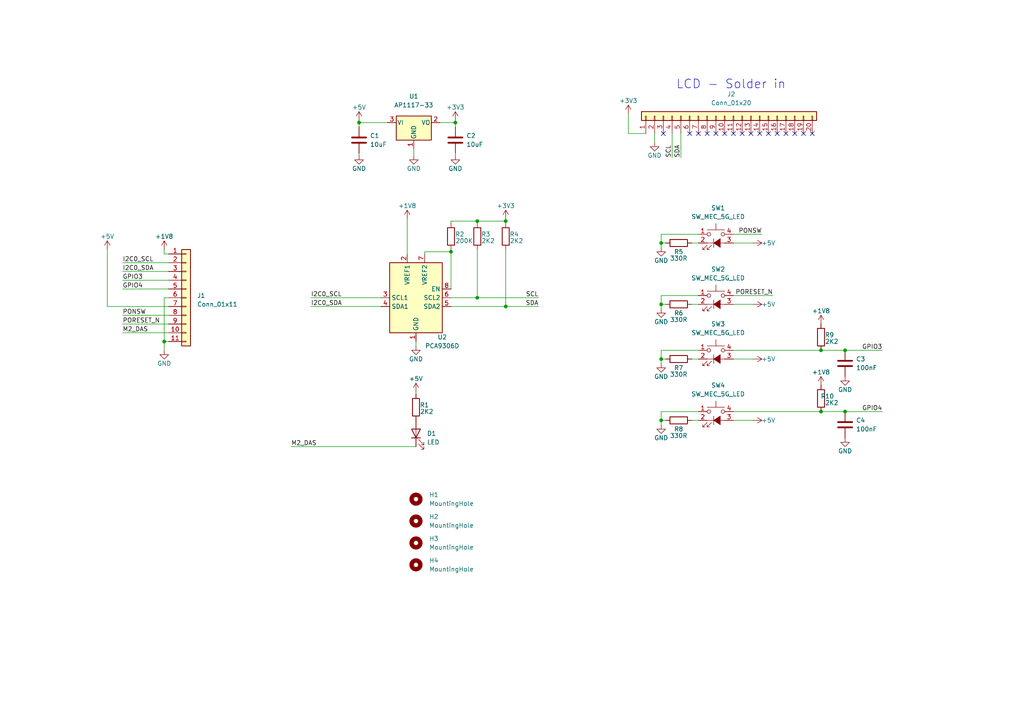
<source format=kicad_sch>
(kicad_sch (version 20201015) (generator eeschema)
  (paper "A4")
  (lib_symbols
    (symbol "Connector_Generic:Conn_01x11" (pin_names (offset 1.016) hide)
      (property "Reference" "J" (at 0 15.24 0))
      (property "Value" "Conn_01x11" (at 0 -15.24 0))
      (symbol "Conn_01x11_1_1"
        (rectangle (start -1.27 -4.953) (end 0 -5.207) (stroke (width 0.1524)))
        (rectangle (start -1.27 -7.493) (end 0 -7.747) (stroke (width 0.1524)))
        (rectangle (start -1.27 -10.033) (end 0 -10.287) (stroke (width 0.1524)))
        (rectangle (start -1.27 -12.573) (end 0 -12.827) (stroke (width 0.1524)))
        (rectangle (start -1.27 -2.413) (end 0 -2.667) (stroke (width 0.1524)))
        (rectangle (start -1.27 2.667) (end 0 2.413) (stroke (width 0.1524)))
        (rectangle (start -1.27 5.207) (end 0 4.953) (stroke (width 0.1524)))
        (rectangle (start -1.27 7.747) (end 0 7.493) (stroke (width 0.1524)))
        (rectangle (start -1.27 10.287) (end 0 10.033) (stroke (width 0.1524)))
        (rectangle (start -1.27 0.127) (end 0 -0.127) (stroke (width 0.1524)))
        (rectangle (start -1.27 12.827) (end 0 12.573) (stroke (width 0.1524)))
        (rectangle (start -1.27 13.97) (end 1.27 -13.97) (stroke (width 0.254)) (fill (type background)))
        (pin passive line (at -5.08 12.7 0) (length 3.81) (name "Pin_1") (number "1"))
        (pin passive line (at -5.08 -10.16 0) (length 3.81) (name "Pin_10") (number "10"))
        (pin passive line (at -5.08 -12.7 0) (length 3.81) (name "Pin_11") (number "11"))
        (pin passive line (at -5.08 10.16 0) (length 3.81) (name "Pin_2") (number "2"))
        (pin passive line (at -5.08 7.62 0) (length 3.81) (name "Pin_3") (number "3"))
        (pin passive line (at -5.08 5.08 0) (length 3.81) (name "Pin_4") (number "4"))
        (pin passive line (at -5.08 2.54 0) (length 3.81) (name "Pin_5") (number "5"))
        (pin passive line (at -5.08 0 0) (length 3.81) (name "Pin_6") (number "6"))
        (pin passive line (at -5.08 -2.54 0) (length 3.81) (name "Pin_7") (number "7"))
        (pin passive line (at -5.08 -5.08 0) (length 3.81) (name "Pin_8") (number "8"))
        (pin passive line (at -5.08 -7.62 0) (length 3.81) (name "Pin_9") (number "9"))
      )
    )
    (symbol "Connector_Generic:Conn_01x20" (pin_names (offset 1.016) hide)
      (property "Reference" "J" (at 0 25.4 0))
      (property "Value" "Conn_01x20" (at 0 -27.94 0))
      (symbol "Conn_01x20_1_1"
        (rectangle (start -1.27 -4.953) (end 0 -5.207) (stroke (width 0.1524)))
        (rectangle (start -1.27 -7.493) (end 0 -7.747) (stroke (width 0.1524)))
        (rectangle (start -1.27 -10.033) (end 0 -10.287) (stroke (width 0.1524)))
        (rectangle (start -1.27 -12.573) (end 0 -12.827) (stroke (width 0.1524)))
        (rectangle (start -1.27 -15.113) (end 0 -15.367) (stroke (width 0.1524)))
        (rectangle (start -1.27 -17.653) (end 0 -17.907) (stroke (width 0.1524)))
        (rectangle (start -1.27 -20.193) (end 0 -20.447) (stroke (width 0.1524)))
        (rectangle (start -1.27 -22.733) (end 0 -22.987) (stroke (width 0.1524)))
        (rectangle (start -1.27 -2.413) (end 0 -2.667) (stroke (width 0.1524)))
        (rectangle (start -1.27 -25.273) (end 0 -25.527) (stroke (width 0.1524)))
        (rectangle (start -1.27 2.667) (end 0 2.413) (stroke (width 0.1524)))
        (rectangle (start -1.27 5.207) (end 0 4.953) (stroke (width 0.1524)))
        (rectangle (start -1.27 7.747) (end 0 7.493) (stroke (width 0.1524)))
        (rectangle (start -1.27 10.287) (end 0 10.033) (stroke (width 0.1524)))
        (rectangle (start -1.27 0.127) (end 0 -0.127) (stroke (width 0.1524)))
        (rectangle (start -1.27 12.827) (end 0 12.573) (stroke (width 0.1524)))
        (rectangle (start -1.27 15.367) (end 0 15.113) (stroke (width 0.1524)))
        (rectangle (start -1.27 17.907) (end 0 17.653) (stroke (width 0.1524)))
        (rectangle (start -1.27 20.447) (end 0 20.193) (stroke (width 0.1524)))
        (rectangle (start -1.27 22.987) (end 0 22.733) (stroke (width 0.1524)))
        (rectangle (start -1.27 24.13) (end 1.27 -26.67) (stroke (width 0.254)) (fill (type background)))
        (pin passive line (at -5.08 22.86 0) (length 3.81) (name "Pin_1") (number "1"))
        (pin passive line (at -5.08 0 0) (length 3.81) (name "Pin_10") (number "10"))
        (pin passive line (at -5.08 -2.54 0) (length 3.81) (name "Pin_11") (number "11"))
        (pin passive line (at -5.08 -5.08 0) (length 3.81) (name "Pin_12") (number "12"))
        (pin passive line (at -5.08 -7.62 0) (length 3.81) (name "Pin_13") (number "13"))
        (pin passive line (at -5.08 -10.16 0) (length 3.81) (name "Pin_14") (number "14"))
        (pin passive line (at -5.08 -12.7 0) (length 3.81) (name "Pin_15") (number "15"))
        (pin passive line (at -5.08 -15.24 0) (length 3.81) (name "Pin_16") (number "16"))
        (pin passive line (at -5.08 -17.78 0) (length 3.81) (name "Pin_17") (number "17"))
        (pin passive line (at -5.08 -20.32 0) (length 3.81) (name "Pin_18") (number "18"))
        (pin passive line (at -5.08 -22.86 0) (length 3.81) (name "Pin_19") (number "19"))
        (pin passive line (at -5.08 20.32 0) (length 3.81) (name "Pin_2") (number "2"))
        (pin passive line (at -5.08 -25.4 0) (length 3.81) (name "Pin_20") (number "20"))
        (pin passive line (at -5.08 17.78 0) (length 3.81) (name "Pin_3") (number "3"))
        (pin passive line (at -5.08 15.24 0) (length 3.81) (name "Pin_4") (number "4"))
        (pin passive line (at -5.08 12.7 0) (length 3.81) (name "Pin_5") (number "5"))
        (pin passive line (at -5.08 10.16 0) (length 3.81) (name "Pin_6") (number "6"))
        (pin passive line (at -5.08 7.62 0) (length 3.81) (name "Pin_7") (number "7"))
        (pin passive line (at -5.08 5.08 0) (length 3.81) (name "Pin_8") (number "8"))
        (pin passive line (at -5.08 2.54 0) (length 3.81) (name "Pin_9") (number "9"))
      )
    )
    (symbol "Device:C" (pin_numbers hide) (pin_names (offset 0.254))
      (property "Reference" "C" (at 0.635 2.54 0))
      (property "Value" "C" (at 0.635 -2.54 0))
      (symbol "C_0_1"
        (polyline (pts (xy -2.032 -0.762) (xy 2.032 -0.762)) (stroke (width 0.508)))
        (polyline (pts (xy -2.032 0.762) (xy 2.032 0.762)) (stroke (width 0.508)))
      )
      (symbol "C_1_1"
        (pin passive line (at 0 3.81 270) (length 2.794) (name "~") (number "1"))
        (pin passive line (at 0 -3.81 90) (length 2.794) (name "~") (number "2"))
      )
    )
    (symbol "Device:LED" (pin_numbers hide) (pin_names (offset 1.016) hide)
      (property "Reference" "D" (at 0 2.54 0))
      (property "Value" "LED" (at 0 -2.54 0))
      (symbol "LED_0_1"
        (polyline (pts (xy -1.27 -1.27) (xy -1.27 1.27)) (stroke (width 0.254)))
        (polyline (pts (xy -1.27 0) (xy 1.27 0)))
        (polyline (pts (xy 1.27 -1.27) (xy 1.27 1.27) (xy -1.27 0) (xy 1.27 -1.27)) (stroke (width 0.254)))
        (polyline (pts (xy -3.048 -0.762) (xy -4.572 -2.286) (xy -3.81 -2.286) (xy -4.572 -2.286) (xy -4.572 -1.524)))
        (polyline (pts (xy -1.778 -0.762) (xy -3.302 -2.286) (xy -2.54 -2.286) (xy -3.302 -2.286) (xy -3.302 -1.524)))
      )
      (symbol "LED_1_1"
        (pin passive line (at -3.81 0 0) (length 2.54) (name "K") (number "1"))
        (pin passive line (at 3.81 0 180) (length 2.54) (name "A") (number "2"))
      )
    )
    (symbol "Device:R" (pin_numbers hide) (pin_names (offset 0))
      (property "Reference" "R" (at 2.032 0 90))
      (property "Value" "R" (at 0 0 90))
      (symbol "R_0_1"
        (rectangle (start -1.016 -2.54) (end 1.016 2.54) (stroke (width 0.254)))
      )
      (symbol "R_1_1"
        (pin passive line (at 0 3.81 270) (length 1.27) (name "~") (number "1"))
        (pin passive line (at 0 -3.81 90) (length 1.27) (name "~") (number "2"))
      )
    )
    (symbol "Interface:PCA9306D"
      (property "Reference" "U" (at -7.62 11.43 0))
      (property "Value" "PCA9306D" (at 3.81 11.43 0))
      (symbol "PCA9306D_0_1"
        (rectangle (start -7.62 10.16) (end 7.62 -10.16) (stroke (width 0.254)) (fill (type background)))
      )
      (symbol "PCA9306D_1_1"
        (pin power_in line (at 0 -12.7 90) (length 2.54) (name "GND") (number "1"))
        (pin power_in line (at -2.54 12.7 270) (length 2.54) (name "VREF1") (number "2"))
        (pin bidirectional line (at -10.16 0 0) (length 2.54) (name "SCL1") (number "3"))
        (pin bidirectional line (at -10.16 -2.54 0) (length 2.54) (name "SDA1") (number "4"))
        (pin bidirectional line (at 10.16 -2.54 180) (length 2.54) (name "SDA2") (number "5"))
        (pin bidirectional line (at 10.16 0 180) (length 2.54) (name "SCL2") (number "6"))
        (pin power_in line (at 2.54 12.7 270) (length 2.54) (name "VREF2") (number "7"))
        (pin input line (at 10.16 2.54 180) (length 2.54) (name "EN") (number "8"))
      )
    )
    (symbol "Mechanical:MountingHole" (pin_names (offset 1.016))
      (property "Reference" "H" (at 0 5.08 0))
      (property "Value" "MountingHole" (at 0 3.175 0))
      (symbol "MountingHole_0_1"
        (circle (center 0 0) (radius 1.27) (stroke (width 1.27)))
      )
    )
    (symbol "Regulator_Linear:AP1117-33" (pin_names (offset 0.254))
      (property "Reference" "U" (at -3.81 3.175 0))
      (property "Value" "AP1117-33" (at 0 3.175 0))
      (symbol "AP1117-33_0_1"
        (rectangle (start -5.08 -5.08) (end 5.08 1.905) (stroke (width 0.254)) (fill (type background)))
      )
      (symbol "AP1117-33_1_1"
        (pin power_in line (at 0 -7.62 90) (length 2.54) (name "GND") (number "1"))
        (pin power_out line (at 7.62 0 180) (length 2.54) (name "VO") (number "2"))
        (pin power_in line (at -7.62 0 0) (length 2.54) (name "VI") (number "3"))
      )
    )
    (symbol "Switch:SW_MEC_5G_LED" (pin_names (offset 1.016) hide)
      (property "Reference" "SW" (at 0.635 5.715 0))
      (property "Value" "SW_MEC_5G_LED" (at 0 -3.175 0))
      (symbol "SW_MEC_5G_LED_0_0"
        (polyline (pts (xy -3.81 -1.905) (xy -2.54 -0.635)))
        (polyline (pts (xy -2.54 -1.905) (xy -1.27 -0.635)))
        (polyline (pts (xy -2.54 0) (xy 2.54 0)))
        (polyline (pts (xy -0.635 1.27) (xy -0.635 -1.27)))
        (polyline (pts (xy -3.81 -1.27) (xy -3.81 -1.905) (xy -3.175 -1.905)))
        (polyline (pts (xy -2.54 -1.27) (xy -2.54 -1.905) (xy -1.905 -1.905)))
        (polyline (pts (xy -0.635 0) (xy 1.27 1.27) (xy 1.27 -1.27) (xy -0.635 0)) (fill (type outline)))
      )
      (symbol "SW_MEC_5G_LED_0_1"
        (circle (center -2.032 2.54) (radius 0.508))
        (circle (center 2.032 2.54) (radius 0.508))
        (polyline (pts (xy 0 3.81) (xy 0 5.588)))
        (polyline (pts (xy 2.54 3.81) (xy -2.54 3.81)))
        (pin passive line (at -5.08 2.54 0) (length 2.54) (name "1") (number "1"))
        (pin passive line (at -5.08 0 0) (length 2.54) (name "2") (number "2"))
        (pin passive line (at 5.08 0 180) (length 2.54) (name "K") (number "3"))
        (pin passive line (at 5.08 2.54 180) (length 2.54) (name "A") (number "4"))
      )
    )
    (symbol "power:+1V8" (power) (pin_names (offset 0))
      (property "Value" "+1V8" (at 0 3.556 0))
      (symbol "+1V8_0_1"
        (polyline (pts (xy -0.762 1.27) (xy 0 2.54)))
        (polyline (pts (xy 0 0) (xy 0 2.54)))
        (polyline (pts (xy 0 2.54) (xy 0.762 1.27)))
      )
      (symbol "+1V8_1_1"
        (pin power_in line (at 0 0 90) (length 0) hide (name "+1V8") (number "1"))
      )
    )
    (symbol "power:+3V3" (power) (pin_names (offset 0))
      (property "Value" "+3V3" (at 0 3.556 0))
      (symbol "+3V3_0_1"
        (polyline (pts (xy -0.762 1.27) (xy 0 2.54)))
        (polyline (pts (xy 0 0) (xy 0 2.54)))
        (polyline (pts (xy 0 2.54) (xy 0.762 1.27)))
      )
      (symbol "+3V3_1_1"
        (pin power_in line (at 0 0 90) (length 0) hide (name "+3V3") (number "1"))
      )
    )
    (symbol "power:+5V" (power) (pin_names (offset 0))
      (property "Value" "+5V" (at 0 3.556 0))
      (symbol "+5V_0_1"
        (polyline (pts (xy -0.762 1.27) (xy 0 2.54)))
        (polyline (pts (xy 0 0) (xy 0 2.54)))
        (polyline (pts (xy 0 2.54) (xy 0.762 1.27)))
      )
      (symbol "+5V_1_1"
        (pin power_in line (at 0 0 90) (length 0) hide (name "+5V") (number "1"))
      )
    )
    (symbol "power:GND" (power) (pin_names (offset 0))
      (property "Value" "GND" (at 0 -3.81 0))
      (symbol "GND_0_1"
        (polyline (pts (xy 0 0) (xy 0 -1.27) (xy 1.27 -1.27) (xy 0 -2.54) (xy -1.27 -1.27) (xy 0 -1.27)))
      )
      (symbol "GND_1_1"
        (pin power_in line (at 0 0 270) (length 0) hide (name "GND") (number "1"))
      )
    )
  )
  (junction (at 47.625 99.06) (diameter 0.9144))
  (junction (at 104.14 35.56) (diameter 0.9144))
  (junction (at 130.81 73.025) (diameter 0.9144))
  (junction (at 132.08 35.56) (diameter 0.9144))
  (junction (at 138.43 64.135) (diameter 0.9144))
  (junction (at 138.43 86.36) (diameter 0.9144))
  (junction (at 146.685 64.135) (diameter 0.9144))
  (junction (at 146.685 88.9) (diameter 0.9144))
  (junction (at 191.77 70.485) (diameter 0.9144))
  (junction (at 191.77 88.265) (diameter 0.9144))
  (junction (at 191.77 104.14) (diameter 0.9144))
  (junction (at 191.77 121.92) (diameter 0.9144))
  (junction (at 238.125 101.6) (diameter 0.9144))
  (junction (at 238.125 119.38) (diameter 0.9144))
  (junction (at 245.11 101.6) (diameter 0.9144))
  (junction (at 245.11 119.38) (diameter 0.9144))
  (no_connect (at 222.885 38.735))
  (no_connect (at 212.725 38.735))
  (no_connect (at 205.105 38.735))
  (no_connect (at 200.025 38.735))
  (no_connect (at 227.965 38.735))
  (no_connect (at 217.805 38.735))
  (no_connect (at 225.425 38.735))
  (no_connect (at 220.345 38.735))
  (no_connect (at 230.505 38.735))
  (no_connect (at 210.185 38.735))
  (no_connect (at 192.405 38.735))
  (no_connect (at 202.565 38.735))
  (no_connect (at 233.045 38.735))
  (no_connect (at 235.585 38.735))
  (no_connect (at 215.265 38.735))
  (no_connect (at 207.645 38.735))
  (wire (pts (xy 31.115 72.39) (xy 31.115 88.9)))
  (wire (pts (xy 35.56 76.2) (xy 48.895 76.2)))
  (wire (pts (xy 35.56 78.74) (xy 48.895 78.74)))
  (wire (pts (xy 35.56 81.28) (xy 48.895 81.28)))
  (wire (pts (xy 35.56 83.82) (xy 48.895 83.82)))
  (wire (pts (xy 35.56 91.44) (xy 48.895 91.44)))
  (wire (pts (xy 35.56 93.98) (xy 48.895 93.98)))
  (wire (pts (xy 35.56 96.52) (xy 48.895 96.52)))
  (wire (pts (xy 47.625 73.66) (xy 47.625 72.39)))
  (wire (pts (xy 47.625 86.36) (xy 47.625 99.06)))
  (wire (pts (xy 47.625 99.06) (xy 47.625 101.6)))
  (wire (pts (xy 47.625 99.06) (xy 48.895 99.06)))
  (wire (pts (xy 48.895 73.66) (xy 47.625 73.66)))
  (wire (pts (xy 48.895 86.36) (xy 47.625 86.36)))
  (wire (pts (xy 48.895 88.9) (xy 31.115 88.9)))
  (wire (pts (xy 84.455 129.54) (xy 120.65 129.54)))
  (wire (pts (xy 90.17 86.36) (xy 110.49 86.36)))
  (wire (pts (xy 90.17 88.9) (xy 110.49 88.9)))
  (wire (pts (xy 104.14 34.925) (xy 104.14 35.56)))
  (wire (pts (xy 104.14 35.56) (xy 112.395 35.56)))
  (wire (pts (xy 104.14 36.83) (xy 104.14 35.56)))
  (wire (pts (xy 104.14 44.45) (xy 104.14 45.085)))
  (wire (pts (xy 118.11 63.5) (xy 118.11 73.66)))
  (wire (pts (xy 120.015 43.18) (xy 120.015 45.085)))
  (wire (pts (xy 120.65 99.06) (xy 120.65 100.33)))
  (wire (pts (xy 120.65 114.3) (xy 120.65 113.665)))
  (wire (pts (xy 123.19 73.025) (xy 123.19 73.66)))
  (wire (pts (xy 123.19 73.025) (xy 130.81 73.025)))
  (wire (pts (xy 127.635 35.56) (xy 132.08 35.56)))
  (wire (pts (xy 130.81 64.135) (xy 130.81 64.77)))
  (wire (pts (xy 130.81 72.39) (xy 130.81 73.025)))
  (wire (pts (xy 130.81 73.025) (xy 130.81 83.82)))
  (wire (pts (xy 130.81 86.36) (xy 138.43 86.36)))
  (wire (pts (xy 130.81 88.9) (xy 146.685 88.9)))
  (wire (pts (xy 132.08 34.925) (xy 132.08 35.56)))
  (wire (pts (xy 132.08 35.56) (xy 132.08 36.83)))
  (wire (pts (xy 132.08 44.45) (xy 132.08 45.085)))
  (wire (pts (xy 138.43 64.135) (xy 130.81 64.135)))
  (wire (pts (xy 138.43 64.135) (xy 138.43 64.77)))
  (wire (pts (xy 138.43 72.39) (xy 138.43 86.36)))
  (wire (pts (xy 138.43 86.36) (xy 156.21 86.36)))
  (wire (pts (xy 146.685 63.5) (xy 146.685 64.135)))
  (wire (pts (xy 146.685 64.135) (xy 138.43 64.135)))
  (wire (pts (xy 146.685 64.135) (xy 146.685 64.77)))
  (wire (pts (xy 146.685 72.39) (xy 146.685 88.9)))
  (wire (pts (xy 146.685 88.9) (xy 156.21 88.9)))
  (wire (pts (xy 182.245 38.735) (xy 182.245 33.02)))
  (wire (pts (xy 182.245 38.735) (xy 187.325 38.735)))
  (wire (pts (xy 189.865 38.735) (xy 189.865 41.275)))
  (wire (pts (xy 191.77 67.945) (xy 191.77 70.485)))
  (wire (pts (xy 191.77 70.485) (xy 191.77 71.755)))
  (wire (pts (xy 191.77 85.725) (xy 191.77 88.265)))
  (wire (pts (xy 191.77 88.265) (xy 191.77 89.535)))
  (wire (pts (xy 191.77 101.6) (xy 191.77 104.14)))
  (wire (pts (xy 191.77 104.14) (xy 191.77 105.41)))
  (wire (pts (xy 191.77 119.38) (xy 191.77 121.92)))
  (wire (pts (xy 191.77 121.92) (xy 191.77 123.19)))
  (wire (pts (xy 193.04 70.485) (xy 191.77 70.485)))
  (wire (pts (xy 193.04 88.265) (xy 191.77 88.265)))
  (wire (pts (xy 193.04 104.14) (xy 191.77 104.14)))
  (wire (pts (xy 193.04 121.92) (xy 191.77 121.92)))
  (wire (pts (xy 194.945 38.735) (xy 194.945 45.72)))
  (wire (pts (xy 197.485 38.735) (xy 197.485 45.72)))
  (wire (pts (xy 200.66 70.485) (xy 202.565 70.485)))
  (wire (pts (xy 200.66 88.265) (xy 202.565 88.265)))
  (wire (pts (xy 200.66 104.14) (xy 202.565 104.14)))
  (wire (pts (xy 200.66 121.92) (xy 202.565 121.92)))
  (wire (pts (xy 202.565 67.945) (xy 191.77 67.945)))
  (wire (pts (xy 202.565 85.725) (xy 191.77 85.725)))
  (wire (pts (xy 202.565 101.6) (xy 191.77 101.6)))
  (wire (pts (xy 202.565 119.38) (xy 191.77 119.38)))
  (wire (pts (xy 212.725 67.945) (xy 220.98 67.945)))
  (wire (pts (xy 212.725 70.485) (xy 218.44 70.485)))
  (wire (pts (xy 212.725 85.725) (xy 224.155 85.725)))
  (wire (pts (xy 212.725 88.265) (xy 218.44 88.265)))
  (wire (pts (xy 212.725 101.6) (xy 238.125 101.6)))
  (wire (pts (xy 212.725 104.14) (xy 218.44 104.14)))
  (wire (pts (xy 212.725 119.38) (xy 238.125 119.38)))
  (wire (pts (xy 212.725 121.92) (xy 218.44 121.92)))
  (wire (pts (xy 238.125 101.6) (xy 245.11 101.6)))
  (wire (pts (xy 238.125 119.38) (xy 245.11 119.38)))
  (wire (pts (xy 245.11 101.6) (xy 255.905 101.6)))
  (wire (pts (xy 245.11 119.38) (xy 255.905 119.38)))
  (text "LCD - Solder in" (at 227.965 26.035 180) (effects (font (size 2.54 2.54)) (justify right bottom)))
  (label "I2C0_SCL" (at 35.56 76.2 0))
  (label "I2C0_SDA" (at 35.56 78.74 0))
  (label "GPIO3" (at 35.56 81.28 0))
  (label "GPIO4" (at 35.56 83.82 0))
  (label "PONSW" (at 35.56 91.44 0))
  (label "PORESET_N" (at 35.56 93.98 0))
  (label "M2_DAS" (at 35.56 96.52 0))
  (label "M2_DAS" (at 84.455 129.54 0))
  (label "I2C0_SCL" (at 90.17 86.36 0))
  (label "I2C0_SDA" (at 90.17 88.9 0))
  (label "SCL" (at 156.21 86.36 180))
  (label "SDA" (at 156.21 88.9 180))
  (label "SCL" (at 194.945 45.72 90))
  (label "SDA" (at 197.485 45.72 90))
  (label "PONSW" (at 220.98 67.945 180))
  (label "PORESET_N" (at 224.155 85.725 180))
  (label "GPIO3" (at 255.905 101.6 180))
  (label "GPIO4" (at 255.905 119.38 180))
  (symbol (lib_id "power:+5V") (at 31.115 72.39 0) (unit 1)
    (property "Reference" "#PWR01" (effects hide))
    (property "Value" "+5V" (at 31.115 68.58 0))
  )
  (symbol (lib_id "power:+1V8") (at 47.625 72.39 0) (unit 1)
    (property "Reference" "#PWR02" (effects hide))
    (property "Value" "+1V8" (at 47.625 68.58 0))
  )
  (symbol (lib_id "power:+5V") (at 104.14 34.925 0) (unit 1)
    (property "Reference" "#PWR04" (effects hide))
    (property "Value" "+5V" (at 104.14 31.115 0))
  )
  (symbol (lib_id "power:+1V8") (at 118.11 63.5 0) (unit 1)
    (property "Reference" "#PWR06" (effects hide))
    (property "Value" "+1V8" (at 118.11 59.69 0))
  )
  (symbol (lib_id "power:+5V") (at 120.65 113.665 0) (unit 1)
    (property "Reference" "#PWR?" (effects hide))
    (property "Value" "+5V" (at 120.65 109.855 0))
  )
  (symbol (lib_id "power:+3V3") (at 132.08 34.925 0) (unit 1)
    (property "Reference" "#PWR010" (effects hide))
    (property "Value" "+3V3" (at 132.08 31.115 0))
  )
  (symbol (lib_id "power:+3V3") (at 146.685 63.5 0) (unit 1)
    (property "Reference" "#PWR012" (effects hide))
    (property "Value" "+3V3" (at 146.685 59.69 0))
  )
  (symbol (lib_id "power:+3V3") (at 182.245 33.02 0) (unit 1)
    (property "Reference" "#PWR013" (effects hide))
    (property "Value" "+3V3" (at 182.245 29.21 0))
  )
  (symbol (lib_id "power:+5V") (at 218.44 70.485 270) (unit 1)
    (property "Reference" "#PWR019" (effects hide))
    (property "Value" "+5V" (at 222.885 70.485 90))
  )
  (symbol (lib_id "power:+5V") (at 218.44 88.265 270) (unit 1)
    (property "Reference" "#PWR020" (effects hide))
    (property "Value" "+5V" (at 222.885 88.265 90))
  )
  (symbol (lib_id "power:+5V") (at 218.44 104.14 270) (unit 1)
    (property "Reference" "#PWR021" (effects hide))
    (property "Value" "+5V" (at 222.885 104.14 90))
  )
  (symbol (lib_id "power:+5V") (at 218.44 121.92 270) (unit 1)
    (property "Reference" "#PWR022" (effects hide))
    (property "Value" "+5V" (at 222.885 121.92 90))
  )
  (symbol (lib_id "power:+1V8") (at 238.125 93.98 0) (unit 1)
    (property "Reference" "#PWR023" (effects hide))
    (property "Value" "+1V8" (at 238.125 90.17 0))
  )
  (symbol (lib_id "power:+1V8") (at 238.125 111.76 0) (unit 1)
    (property "Reference" "#PWR024" (effects hide))
    (property "Value" "+1V8" (at 238.125 107.95 0))
  )
  (symbol (lib_id "power:GND") (at 47.625 101.6 0) (unit 1)
    (property "Reference" "#PWR03" (effects hide))
    (property "Value" "GND" (at 47.625 105.41 0))
  )
  (symbol (lib_id "power:GND") (at 104.14 45.085 0) (unit 1)
    (property "Reference" "#PWR05" (effects hide))
    (property "Value" "GND" (at 104.14 48.895 0))
  )
  (symbol (lib_id "power:GND") (at 120.015 45.085 0) (unit 1)
    (property "Reference" "#PWR07" (effects hide))
    (property "Value" "GND" (at 120.015 48.895 0))
  )
  (symbol (lib_id "power:GND") (at 120.65 100.33 0) (unit 1)
    (property "Reference" "#PWR08" (effects hide))
    (property "Value" "GND" (at 120.65 104.14 0))
  )
  (symbol (lib_id "power:GND") (at 132.08 45.085 0) (unit 1)
    (property "Reference" "#PWR011" (effects hide))
    (property "Value" "GND" (at 132.08 48.895 0))
  )
  (symbol (lib_id "power:GND") (at 189.865 41.275 0) (unit 1)
    (property "Reference" "#PWR014" (effects hide))
    (property "Value" "GND" (at 189.865 45.085 0))
  )
  (symbol (lib_id "power:GND") (at 191.77 71.755 0) (unit 1)
    (property "Reference" "#PWR015" (effects hide))
    (property "Value" "GND" (at 191.77 75.565 0))
  )
  (symbol (lib_id "power:GND") (at 191.77 89.535 0) (unit 1)
    (property "Reference" "#PWR016" (effects hide))
    (property "Value" "GND" (at 191.77 93.345 0))
  )
  (symbol (lib_id "power:GND") (at 191.77 105.41 0) (unit 1)
    (property "Reference" "#PWR017" (effects hide))
    (property "Value" "GND" (at 191.77 109.22 0))
  )
  (symbol (lib_id "power:GND") (at 191.77 123.19 0) (unit 1)
    (property "Reference" "#PWR018" (effects hide))
    (property "Value" "GND" (at 191.77 127 0))
  )
  (symbol (lib_id "power:GND") (at 245.11 109.22 0) (unit 1)
    (property "Reference" "#PWR025" (effects hide))
    (property "Value" "GND" (at 245.11 113.03 0))
  )
  (symbol (lib_id "power:GND") (at 245.11 127 0) (unit 1)
    (property "Reference" "#PWR026" (effects hide))
    (property "Value" "GND" (at 245.11 130.81 0))
  )
  (symbol (lib_id "Mechanical:MountingHole") (at 120.65 144.78 0) (unit 1)
    (property "Reference" "H1" (at 124.46 143.51 0) (effects (justify left)))
    (property "Value" "MountingHole" (at 124.46 146.05 0) (effects (justify left)))
    (property "Footprint" "MountingHole:MountingHole_3.2mm_M3" (effects hide))
  )
  (symbol (lib_id "Mechanical:MountingHole") (at 120.65 151.13 0) (unit 1)
    (property "Reference" "H2" (at 124.46 149.86 0) (effects (justify left)))
    (property "Value" "MountingHole" (at 124.46 152.4 0) (effects (justify left)))
    (property "Footprint" "MountingHole:MountingHole_3.2mm_M3" (effects hide))
  )
  (symbol (lib_id "Mechanical:MountingHole") (at 120.65 157.48 0) (unit 1)
    (property "Reference" "H3" (at 124.46 156.21 0) (effects (justify left)))
    (property "Value" "MountingHole" (at 124.46 158.75 0) (effects (justify left)))
    (property "Footprint" "MountingHole:MountingHole_3.2mm_M3" (effects hide))
  )
  (symbol (lib_id "Mechanical:MountingHole") (at 120.65 163.83 0) (unit 1)
    (property "Reference" "H4" (at 124.46 162.56 0) (effects (justify left)))
    (property "Value" "MountingHole" (at 124.46 165.1 0) (effects (justify left)))
    (property "Footprint" "MountingHole:MountingHole_3.2mm_M3" (effects hide))
  )
  (symbol (lib_id "Device:R") (at 120.65 118.11 180) (unit 1)
    (property "Reference" "R1" (at 124.46 117.475 0) (effects (justify left)))
    (property "Value" "2K2" (at 125.73 119.38 0) (effects (justify left)))
    (property "Footprint" "Resistor_SMD:R_0603_1608Metric" (effects hide))
  )
  (symbol (lib_id "Device:R") (at 130.81 68.58 180) (unit 1)
    (property "Reference" "R2" (at 133.35 67.945 0))
    (property "Value" "200K" (at 134.62 69.85 0))
    (property "Footprint" "Resistor_SMD:R_0603_1608Metric" (effects hide))
  )
  (symbol (lib_id "Device:R") (at 138.43 68.58 180) (unit 1)
    (property "Reference" "R3" (at 142.24 67.945 0) (effects (justify left)))
    (property "Value" "2K2" (at 143.51 69.85 0) (effects (justify left)))
    (property "Footprint" "Resistor_SMD:R_0603_1608Metric" (effects hide))
  )
  (symbol (lib_id "Device:R") (at 146.685 68.58 180) (unit 1)
    (property "Reference" "R4" (at 150.495 67.945 0) (effects (justify left)))
    (property "Value" "2K2" (at 151.765 69.85 0) (effects (justify left)))
    (property "Footprint" "Resistor_SMD:R_0603_1608Metric" (effects hide))
  )
  (symbol (lib_id "Device:R") (at 196.85 70.485 90) (unit 1)
    (property "Reference" "R5" (at 196.85 73.025 90))
    (property "Value" "330R" (at 196.85 74.93 90))
    (property "Footprint" "Resistor_SMD:R_0603_1608Metric" (effects hide))
  )
  (symbol (lib_id "Device:R") (at 196.85 88.265 90) (unit 1)
    (property "Reference" "R6" (at 196.85 90.805 90))
    (property "Value" "330R" (at 196.85 92.71 90))
    (property "Footprint" "Resistor_SMD:R_0603_1608Metric" (effects hide))
  )
  (symbol (lib_id "Device:R") (at 196.85 104.14 90) (unit 1)
    (property "Reference" "R7" (at 196.85 106.68 90))
    (property "Value" "330R" (at 196.85 108.585 90))
    (property "Footprint" "Resistor_SMD:R_0603_1608Metric" (effects hide))
  )
  (symbol (lib_id "Device:R") (at 196.85 121.92 90) (unit 1)
    (property "Reference" "R8" (at 196.85 124.46 90))
    (property "Value" "330R" (at 196.85 126.365 90))
    (property "Footprint" "Resistor_SMD:R_0603_1608Metric" (effects hide))
  )
  (symbol (lib_id "Device:R") (at 238.125 97.79 180) (unit 1)
    (property "Reference" "R9" (at 241.935 97.155 0) (effects (justify left)))
    (property "Value" "2K2" (at 243.205 99.06 0) (effects (justify left)))
    (property "Footprint" "Resistor_SMD:R_0603_1608Metric" (effects hide))
  )
  (symbol (lib_id "Device:R") (at 238.125 115.57 180) (unit 1)
    (property "Reference" "R10" (at 241.935 114.935 0) (effects (justify left)))
    (property "Value" "2K2" (at 243.205 116.84 0) (effects (justify left)))
    (property "Footprint" "Resistor_SMD:R_0603_1608Metric" (effects hide))
  )
  (symbol (lib_id "Device:LED") (at 120.65 125.73 90) (unit 1)
    (property "Reference" "D1" (at 123.825 125.73 90) (effects (justify right)))
    (property "Value" "LED" (at 123.825 128.27 90) (effects (justify right)))
    (property "Footprint" "LED_SMD:LED_0805_2012Metric" (effects hide))
  )
  (symbol (lib_id "Device:C") (at 104.14 40.64 0) (unit 1)
    (property "Reference" "C1" (at 107.315 39.37 0) (effects (justify left)))
    (property "Value" "10uF" (at 107.315 41.91 0) (effects (justify left)))
    (property "Footprint" "Capacitor_SMD:C_0603_1608Metric" (effects hide))
  )
  (symbol (lib_id "Device:C") (at 132.08 40.64 0) (unit 1)
    (property "Reference" "C2" (at 135.255 39.37 0) (effects (justify left)))
    (property "Value" "10uF" (at 135.255 41.91 0) (effects (justify left)))
    (property "Footprint" "Capacitor_SMD:C_0603_1608Metric" (effects hide))
  )
  (symbol (lib_id "Device:C") (at 245.11 105.41 0) (unit 1)
    (property "Reference" "C3" (at 248.285 104.14 0) (effects (justify left)))
    (property "Value" "100nF" (at 248.285 106.68 0) (effects (justify left)))
    (property "Footprint" "Capacitor_SMD:C_0603_1608Metric" (effects hide))
  )
  (symbol (lib_id "Device:C") (at 245.11 123.19 0) (unit 1)
    (property "Reference" "C4" (at 248.285 121.92 0) (effects (justify left)))
    (property "Value" "100nF" (at 248.285 124.46 0) (effects (justify left)))
    (property "Footprint" "Capacitor_SMD:C_0603_1608Metric" (effects hide))
  )
  (symbol (lib_id "Switch:SW_MEC_5G_LED") (at 207.645 70.485 0) (unit 1)
    (property "Reference" "SW1" (at 208.28 60.325 0))
    (property "Value" "SW_MEC_5G_LED" (at 208.28 62.865 0))
    (property "Datasheet" "http://www.apem.com/int/index.php?controller=attachment&id_attachment=488" (effects hide))
  )
  (symbol (lib_id "Switch:SW_MEC_5G_LED") (at 207.645 88.265 0) (unit 1)
    (property "Reference" "SW2" (at 208.28 78.105 0))
    (property "Value" "SW_MEC_5G_LED" (at 208.28 80.645 0))
    (property "Datasheet" "http://www.apem.com/int/index.php?controller=attachment&id_attachment=488" (effects hide))
  )
  (symbol (lib_id "Switch:SW_MEC_5G_LED") (at 207.645 104.14 0) (unit 1)
    (property "Reference" "SW3" (at 208.28 93.98 0))
    (property "Value" "SW_MEC_5G_LED" (at 208.28 96.52 0))
    (property "Datasheet" "http://www.apem.com/int/index.php?controller=attachment&id_attachment=488" (effects hide))
  )
  (symbol (lib_id "Switch:SW_MEC_5G_LED") (at 207.645 121.92 0) (unit 1)
    (property "Reference" "SW4" (at 208.28 111.76 0))
    (property "Value" "SW_MEC_5G_LED" (at 208.28 114.3 0))
    (property "Datasheet" "http://www.apem.com/int/index.php?controller=attachment&id_attachment=488" (effects hide))
  )
  (symbol (lib_id "Regulator_Linear:AP1117-33") (at 120.015 35.56 0) (unit 1)
    (property "Reference" "U1" (at 120.015 27.94 0))
    (property "Value" "AP1117-33" (at 120.015 30.48 0))
    (property "Footprint" "Package_TO_SOT_SMD:SOT-223-3_TabPin2" (effects hide))
    (property "Datasheet" "http://www.diodes.com/datasheets/AP1117.pdf" (effects hide))
  )
  (symbol (lib_id "Connector_Generic:Conn_01x11") (at 53.975 86.36 0) (unit 1)
    (property "Reference" "J1" (at 57.15 85.725 0) (effects (justify left)))
    (property "Value" "Conn_01x11" (at 57.15 88.265 0) (effects (justify left)))
    (property "Footprint" "Connector_Molex:Molex_KK-254_AE-6410-11A_1x11_P2.54mm_Vertical" (effects hide))
  )
  (symbol (lib_id "Connector_Generic:Conn_01x20") (at 210.185 33.655 90) (unit 1)
    (property "Reference" "J2" (at 212.09 27.305 90))
    (property "Value" "Conn_01x20" (at 212.09 29.845 90))
    (property "Footprint" "Connector_PinHeader_2.54mm:PinHeader_1x20_P2.54mm_Vertical" (effects hide))
  )
  (symbol (lib_id "Interface:PCA9306D") (at 120.65 86.36 0) (unit 1)
    (property "Reference" "U2" (at 128.27 97.79 0))
    (property "Value" "PCA9306D" (at 128.27 100.33 0))
    (property "Footprint" "Package_SO:SO-8_3.9x4.9mm_P1.27mm" (effects hide))
    (property "Datasheet" "https://www.nxp.com/docs/en/data-sheet/PCA9306.pdf" (effects hide))
  )
)
</source>
